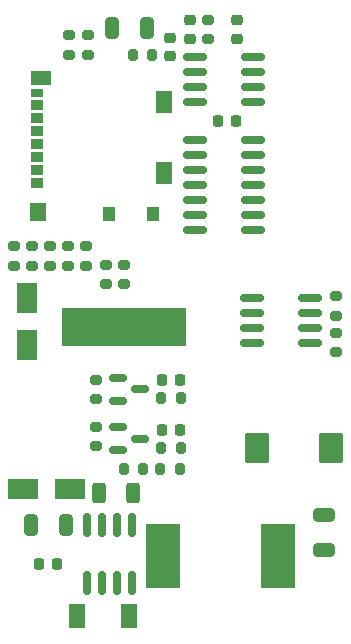
<source format=gtp>
G04 #@! TF.GenerationSoftware,KiCad,Pcbnew,6.0.0-d3dd2cf0fa~116~ubuntu18.04.1*
G04 #@! TF.CreationDate,2023-02-13T16:22:56+00:00*
G04 #@! TF.ProjectId,RemoteESP32,52656d6f-7465-4455-9350-33322e6b6963,rev?*
G04 #@! TF.SameCoordinates,Original*
G04 #@! TF.FileFunction,Paste,Top*
G04 #@! TF.FilePolarity,Positive*
%FSLAX46Y46*%
G04 Gerber Fmt 4.6, Leading zero omitted, Abs format (unit mm)*
G04 Created by KiCad (PCBNEW 6.0.0-d3dd2cf0fa~116~ubuntu18.04.1) date 2023-02-13 16:22:56*
%MOMM*%
%LPD*%
G01*
G04 APERTURE LIST*
G04 Aperture macros list*
%AMRoundRect*
0 Rectangle with rounded corners*
0 $1 Rounding radius*
0 $2 $3 $4 $5 $6 $7 $8 $9 X,Y pos of 4 corners*
0 Add a 4 corners polygon primitive as box body*
4,1,4,$2,$3,$4,$5,$6,$7,$8,$9,$2,$3,0*
0 Add four circle primitives for the rounded corners*
1,1,$1+$1,$2,$3*
1,1,$1+$1,$4,$5*
1,1,$1+$1,$6,$7*
1,1,$1+$1,$8,$9*
0 Add four rect primitives between the rounded corners*
20,1,$1+$1,$2,$3,$4,$5,0*
20,1,$1+$1,$4,$5,$6,$7,0*
20,1,$1+$1,$6,$7,$8,$9,0*
20,1,$1+$1,$8,$9,$2,$3,0*%
G04 Aperture macros list end*
%ADD10R,10.500000X3.200000*%
%ADD11RoundRect,0.225000X-0.250000X0.225000X-0.250000X-0.225000X0.250000X-0.225000X0.250000X0.225000X0*%
%ADD12RoundRect,0.200000X-0.275000X0.200000X-0.275000X-0.200000X0.275000X-0.200000X0.275000X0.200000X0*%
%ADD13RoundRect,0.150000X-0.825000X-0.150000X0.825000X-0.150000X0.825000X0.150000X-0.825000X0.150000X0*%
%ADD14RoundRect,0.200000X0.275000X-0.200000X0.275000X0.200000X-0.275000X0.200000X-0.275000X-0.200000X0*%
%ADD15RoundRect,0.150000X-0.587500X-0.150000X0.587500X-0.150000X0.587500X0.150000X-0.587500X0.150000X0*%
%ADD16RoundRect,0.225000X0.225000X0.250000X-0.225000X0.250000X-0.225000X-0.250000X0.225000X-0.250000X0*%
%ADD17RoundRect,0.200000X0.200000X0.275000X-0.200000X0.275000X-0.200000X-0.275000X0.200000X-0.275000X0*%
%ADD18R,1.400000X2.100000*%
%ADD19RoundRect,0.250000X0.312500X0.625000X-0.312500X0.625000X-0.312500X-0.625000X0.312500X-0.625000X0*%
%ADD20R,1.800000X2.500000*%
%ADD21R,2.900000X5.400000*%
%ADD22R,2.500000X1.800000*%
%ADD23RoundRect,0.225000X-0.225000X-0.250000X0.225000X-0.250000X0.225000X0.250000X-0.225000X0.250000X0*%
%ADD24RoundRect,0.250000X0.787500X1.025000X-0.787500X1.025000X-0.787500X-1.025000X0.787500X-1.025000X0*%
%ADD25R,1.100000X0.850000*%
%ADD26R,1.100000X0.750000*%
%ADD27R,1.000000X1.200000*%
%ADD28R,1.800000X1.170000*%
%ADD29R,1.350000X1.900000*%
%ADD30R,1.350000X1.550000*%
%ADD31RoundRect,0.250000X0.325000X0.650000X-0.325000X0.650000X-0.325000X-0.650000X0.325000X-0.650000X0*%
%ADD32RoundRect,0.200000X-0.200000X-0.275000X0.200000X-0.275000X0.200000X0.275000X-0.200000X0.275000X0*%
%ADD33RoundRect,0.150000X0.150000X-0.825000X0.150000X0.825000X-0.150000X0.825000X-0.150000X-0.825000X0*%
%ADD34RoundRect,0.250000X-0.650000X0.325000X-0.650000X-0.325000X0.650000X-0.325000X0.650000X0.325000X0*%
G04 APERTURE END LIST*
D10*
X138411200Y-108671600D03*
D11*
X148031200Y-82740200D03*
X148031200Y-84290200D03*
D12*
X130657600Y-101882200D03*
X130657600Y-103532200D03*
D13*
X144438600Y-92862400D03*
X144438600Y-94132400D03*
X144438600Y-95402400D03*
X144438600Y-96672400D03*
X144438600Y-97942400D03*
X144438600Y-99212400D03*
X144438600Y-100482400D03*
X149388600Y-100482400D03*
X149388600Y-99212400D03*
X149388600Y-97942400D03*
X149388600Y-96672400D03*
X149388600Y-95402400D03*
X149388600Y-94132400D03*
X149388600Y-92862400D03*
D12*
X136906000Y-103444800D03*
X136906000Y-105094800D03*
D14*
X145592800Y-84340200D03*
X145592800Y-82690200D03*
D15*
X137898900Y-113034800D03*
X137898900Y-114934800D03*
X139773900Y-113984800D03*
D16*
X132804200Y-128778000D03*
X131254200Y-128778000D03*
D17*
X140829800Y-85699600D03*
X139179800Y-85699600D03*
D11*
X142341600Y-84213400D03*
X142341600Y-85763400D03*
D12*
X129133600Y-101882200D03*
X129133600Y-103532200D03*
D11*
X144068800Y-82740200D03*
X144068800Y-84290200D03*
D18*
X138902800Y-133197600D03*
X134502800Y-133197600D03*
D12*
X135229600Y-101882200D03*
X135229600Y-103532200D03*
D19*
X136307100Y-122732800D03*
X139232100Y-122732800D03*
D17*
X143268200Y-118912400D03*
X141618200Y-118912400D03*
X143240500Y-114746800D03*
X141590500Y-114746800D03*
D14*
X136093200Y-114809800D03*
X136093200Y-113159800D03*
D20*
X130200400Y-106244400D03*
X130200400Y-110244400D03*
D13*
X149264600Y-106288600D03*
X149264600Y-107558600D03*
X149264600Y-108828600D03*
X149264600Y-110098600D03*
X154214600Y-110098600D03*
X154214600Y-108828600D03*
X154214600Y-107558600D03*
X154214600Y-106288600D03*
D21*
X141758800Y-128117600D03*
X151458800Y-128117600D03*
D12*
X132181600Y-101882200D03*
X132181600Y-103532200D03*
D22*
X133908800Y-122428000D03*
X129908800Y-122428000D03*
D23*
X146392600Y-91287600D03*
X147942600Y-91287600D03*
D24*
X155969700Y-118984000D03*
X149744700Y-118984000D03*
D15*
X137898900Y-117200400D03*
X137898900Y-119100400D03*
X139773900Y-118150400D03*
D25*
X131049600Y-96515800D03*
X131049600Y-95415800D03*
X131049600Y-94315800D03*
X131049600Y-93215800D03*
X131049600Y-92115800D03*
X131049600Y-91015800D03*
X131049600Y-89915800D03*
D26*
X131049600Y-88865800D03*
D27*
X137199600Y-99150800D03*
X140899600Y-99150800D03*
D28*
X131399600Y-87655800D03*
D29*
X141874600Y-95650800D03*
X141874600Y-89680800D03*
D30*
X131174600Y-98975800D03*
D31*
X133555000Y-125476000D03*
X130605000Y-125476000D03*
D12*
X138430000Y-103444800D03*
X138430000Y-105094800D03*
D32*
X138443200Y-120700800D03*
X140093200Y-120700800D03*
D16*
X143190500Y-113222800D03*
X141640500Y-113222800D03*
D14*
X156362400Y-107748600D03*
X156362400Y-106098600D03*
D12*
X133807200Y-84011000D03*
X133807200Y-85661000D03*
D33*
X135305800Y-130389400D03*
X136575800Y-130389400D03*
X137845800Y-130389400D03*
X139115800Y-130389400D03*
X139115800Y-125439400D03*
X137845800Y-125439400D03*
X136575800Y-125439400D03*
X135305800Y-125439400D03*
D16*
X143218200Y-117388400D03*
X141668200Y-117388400D03*
D12*
X136093200Y-117173000D03*
X136093200Y-118823000D03*
D32*
X141535900Y-120700800D03*
X143185900Y-120700800D03*
D34*
X155346400Y-124651000D03*
X155346400Y-127601000D03*
D31*
X140362200Y-83413600D03*
X137412200Y-83413600D03*
D12*
X156362400Y-109197400D03*
X156362400Y-110847400D03*
D13*
X144438600Y-85877400D03*
X144438600Y-87147400D03*
X144438600Y-88417400D03*
X144438600Y-89687400D03*
X149388600Y-89687400D03*
X149388600Y-88417400D03*
X149388600Y-87147400D03*
X149388600Y-85877400D03*
D12*
X135382000Y-84011000D03*
X135382000Y-85661000D03*
X133705600Y-101882200D03*
X133705600Y-103532200D03*
M02*

</source>
